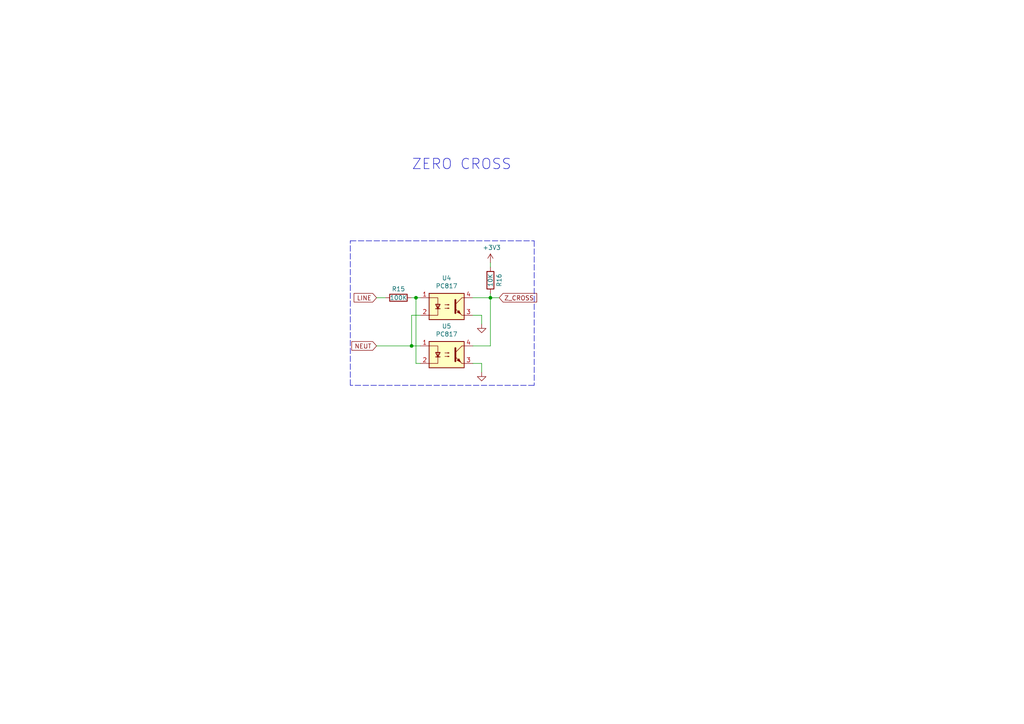
<source format=kicad_sch>
(kicad_sch (version 20211123) (generator eeschema)
  (paper "A4")
  (lib_symbols
    (symbol "Device:R" (pin_numbers hide) (pin_names (offset 0))
      (property "Reference" "R" (at 2.032 0 90))
      (property "Value" "R" (at 0 0 90))
      (symbol "R_0_1"
        (rectangle (start -1.016 -2.54) (end 1.016 2.54) (stroke (width 0.254)))
      )
      (symbol "R_1_1"
        (pin passive line (at 0 3.81 270) (length 1.27) (name "~") (number "1"))
        (pin passive line (at 0 -3.81 90) (length 1.27) (name "~") (number "2"))
      )
    )
    (symbol "Isolator:PC817" (pin_names (offset 1.016))
      (property "Reference" "U" (at -5.08 5.08 0))
      (property "Value" "PC817" (at 0 5.08 0))
      (symbol "PC817_0_1"
        (rectangle (start -5.08 3.81) (end 5.08 -3.81) (stroke (width 0.254)) (fill (type background)))
        (polyline (pts (xy -3.175 -0.635) (xy -1.905 -0.635)) (stroke (width 0.254)))
        (polyline (pts (xy 2.54 0.635) (xy 4.445 2.54)))
        (polyline (pts (xy 4.445 -2.54) (xy 2.54 -0.635)) (fill (type outline)))
        (polyline (pts (xy 4.445 -2.54) (xy 5.08 -2.54)))
        (polyline (pts (xy 4.445 2.54) (xy 5.08 2.54)))
        (polyline (pts (xy -5.08 2.54) (xy -2.54 2.54) (xy -2.54 -0.635)))
        (polyline (pts (xy -2.54 -0.635) (xy -2.54 -2.54) (xy -5.08 -2.54)))
        (polyline (pts (xy 2.54 1.905) (xy 2.54 -1.905) (xy 2.54 -1.905)) (stroke (width 0.508)))
        (polyline (pts (xy -2.54 -0.635) (xy -3.175 0.635) (xy -1.905 0.635) (xy -2.54 -0.635)) (stroke (width 0.254)))
        (polyline (pts (xy -0.508 -0.508) (xy 0.762 -0.508) (xy 0.381 -0.635) (xy 0.381 -0.381) (xy 0.762 -0.508)))
        (polyline (pts (xy -0.508 0.508) (xy 0.762 0.508) (xy 0.381 0.381) (xy 0.381 0.635) (xy 0.762 0.508)))
        (polyline (pts (xy 3.048 -1.651) (xy 3.556 -1.143) (xy 4.064 -2.159) (xy 3.048 -1.651) (xy 3.048 -1.651)) (fill (type outline)))
      )
      (symbol "PC817_1_1"
        (pin passive line (at -7.62 2.54 0) (length 2.54) (name "~") (number "1"))
        (pin passive line (at -7.62 -2.54 0) (length 2.54) (name "~") (number "2"))
        (pin passive line (at 7.62 -2.54 180) (length 2.54) (name "~") (number "3"))
        (pin passive line (at 7.62 2.54 180) (length 2.54) (name "~") (number "4"))
      )
    )
    (symbol "power:+3V3" (power) (pin_names (offset 0))
      (property "Value" "+3V3" (at 0 3.556 0))
      (symbol "+3V3_0_1"
        (polyline (pts (xy -0.762 1.27) (xy 0 2.54)))
        (polyline (pts (xy 0 0) (xy 0 2.54)))
        (polyline (pts (xy 0 2.54) (xy 0.762 1.27)))
      )
      (symbol "+3V3_1_1"
        (pin power_in line (at 0 0 90) (length 0) hide (name "+3V3") (number "1"))
      )
    )
    (symbol "power:GND" (power) (pin_names (offset 0))
      (property "Value" "GND" (at 0 -3.81 0))
      (symbol "GND_0_1"
        (polyline (pts (xy 0 0) (xy 0 -1.27) (xy 1.27 -1.27) (xy 0 -2.54) (xy -1.27 -1.27) (xy 0 -1.27)))
      )
      (symbol "GND_1_1"
        (pin power_in line (at 0 0 270) (length 0) hide (name "GND") (number "1"))
      )
    )
  )
  (junction (at 142.24 86.36))
  (junction (at 119.38 100.33))
  (junction (at 120.65 86.36))
  (polyline (pts (xy 101.6 69.85) (xy 154.94 69.85)))
  (wire (pts (xy 139.7 91.44) (xy 137.16 91.44)))
  (wire (pts (xy 121.92 105.41) (xy 120.65 105.41)))
  (wire (pts (xy 142.24 86.36) (xy 137.16 86.36)))
  (wire (pts (xy 119.38 91.44) (xy 119.38 100.33)))
  (polyline (pts (xy 101.6 111.76) (xy 101.6 69.85)))
  (wire (pts (xy 142.24 100.33) (xy 142.24 86.36)))
  (wire (pts (xy 137.16 100.33) (xy 142.24 100.33)))
  (wire (pts (xy 139.7 107.95) (xy 139.7 105.41)))
  (wire (pts (xy 109.22 86.36) (xy 111.76 86.36)))
  (polyline (pts (xy 154.94 111.76) (xy 101.6 111.76)))
  (wire (pts (xy 109.22 100.33) (xy 119.38 100.33)))
  (wire (pts (xy 120.65 86.36) (xy 121.92 86.36)))
  (polyline (pts (xy 154.94 69.85) (xy 154.94 111.76)))
  (wire (pts (xy 142.24 86.36) (xy 144.78 86.36)))
  (wire (pts (xy 142.24 76.2) (xy 142.24 77.47)))
  (wire (pts (xy 121.92 91.44) (xy 119.38 91.44)))
  (wire (pts (xy 142.24 86.36) (xy 142.24 85.09)))
  (wire (pts (xy 119.38 86.36) (xy 120.65 86.36)))
  (wire (pts (xy 119.38 100.33) (xy 121.92 100.33)))
  (wire (pts (xy 120.65 105.41) (xy 120.65 86.36)))
  (wire (pts (xy 139.7 93.98) (xy 139.7 91.44)))
  (wire (pts (xy 139.7 105.41) (xy 137.16 105.41)))
  (text "ZERO CROSS\n" (at 119.38 49.53 0) (effects (font (size 3 3)) (justify left bottom)))
  (global_label "NEUT" (shape input) (at 109.22 100.33 180) (property "Intersheet References" "${INTERSHEET_REFS}" (effects hide)))
  (global_label "Z_CROSS" (shape input) (at 144.78 86.36 0) (property "Intersheet References" "${INTERSHEET_REFS}" (effects hide)))
  (global_label "LINE" (shape input) (at 109.22 86.36 180) (property "Intersheet References" "${INTERSHEET_REFS}" (effects hide)))
  (symbol (lib_id "power:GND") (at 139.7 93.98 0) (unit 1)
    (property "Reference" "#PWR0144" (effects hide))
    (property "Value" "GND" (effects hide))
  )
  (symbol (lib_id "power:GND") (at 139.7 107.95 0) (unit 1)
    (property "Reference" "#PWR0143" (effects hide))
    (property "Value" "GND" (effects hide))
  )
  (symbol (lib_id "power:+3V3") (at 142.24 76.2 0) (unit 1)
    (property "Reference" "#PWR0142" (effects hide))
    (property "Value" "+3V3" (at 142.621 71.8058 0))
  )
  (symbol (lib_id "Isolator:PC817") (at 129.54 88.9 0) (unit 1)
    (property "Reference" "U4" (at 129.54 80.645 0))
    (property "Value" "PC817" (at 129.54 82.9564 0))
    (property "Footprint" "Footprint:PC817" (effects hide))
    (property "Datasheet" "http://www.soselectronic.cz/a_info/resource/d/pc817.pdf" (effects hide))
  )
  (symbol (lib_id "Device:R") (at 142.24 81.28 180) (unit 1)
    (property "Reference" "R16" (at 144.78 81.28 90))
    (property "Value" "10K" (at 142.24 81.28 90))
    (property "Footprint" "Resistor_SMD:R_0603_1608Metric" (effects hide))
  )
  (symbol (lib_id "Device:R") (at 115.57 86.36 270) (unit 1)
    (property "Reference" "R15" (at 115.57 83.82 90))
    (property "Value" "100K" (at 115.57 86.36 90))
    (property "Footprint" "Resistor_SMD:R_1206_3216Metric" (effects hide))
  )
  (symbol (lib_id "Isolator:PC817") (at 129.54 102.87 0) (unit 1)
    (property "Reference" "U5" (at 129.54 94.615 0))
    (property "Value" "PC817" (at 129.54 96.9264 0))
    (property "Footprint" "Footprint:PC817" (effects hide))
    (property "Datasheet" "http://www.soselectronic.cz/a_info/resource/d/pc817.pdf" (effects hide))
  )
)
</source>
